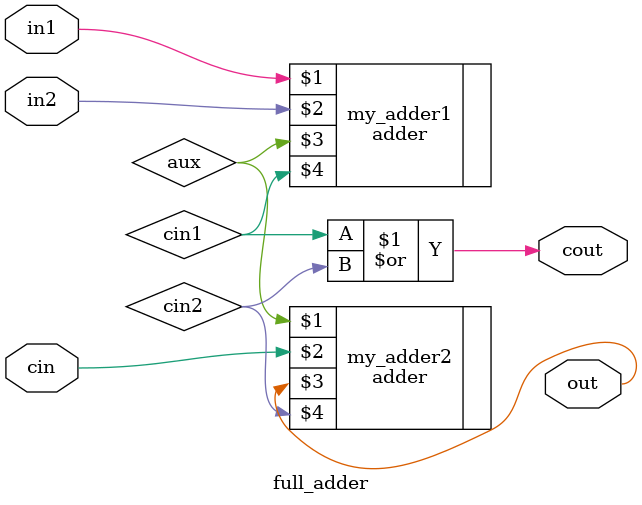
<source format=v>

module full_adder(in1,in2 , cin, out, cout);
    input in1,in2,cin;
    output out,cout;
    wire aux , cin1;

    adder my_adder1(in1,in2 , aux , cin1 );
    adder my_adder2(aux,cin, out , cin2);
    
    assign cout = cin1 | cin2;

endmodule

</source>
